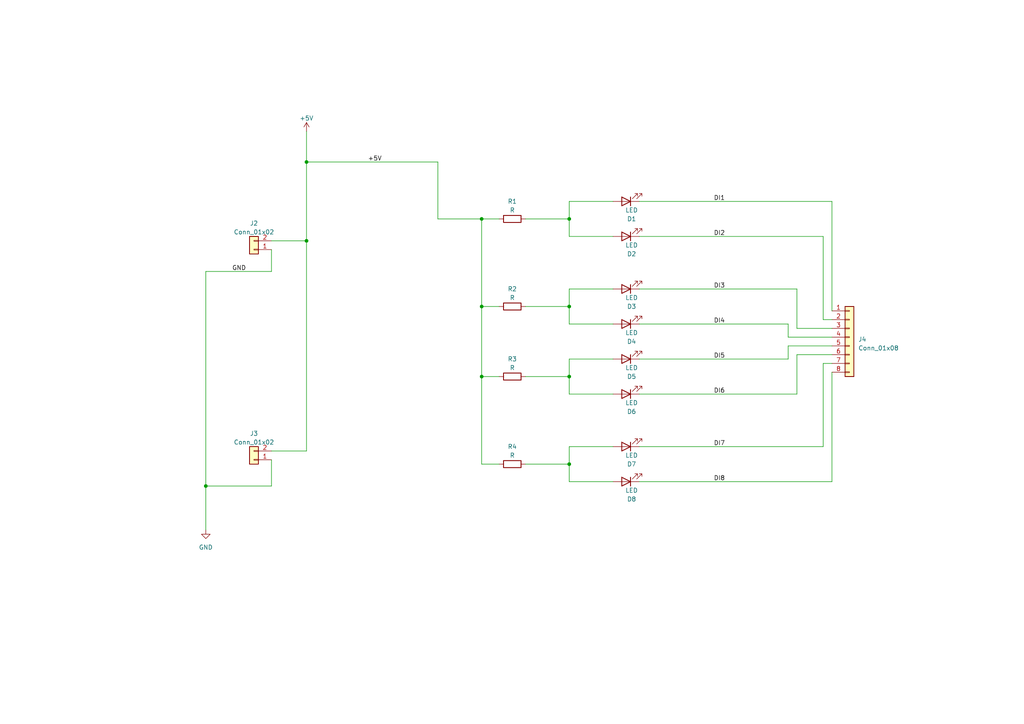
<source format=kicad_sch>
(kicad_sch (version 20230121) (generator eeschema)
  (paper "A4")
  (title_block (title "GAEM LED Shield Schematic") (date "2025-05-29") (rev "1.0") (company "Top Notch DSP, LLC"))
  (lib_symbols
    (symbol "Connector_Generic:Conn_01x02" (pin_names (offset 1.016) hide)
      (property "Reference" "J" (at 0 2.54 0))
      (property "Value" "Conn_01x02" (at 0 -5.08 0))
      (symbol "Conn_01x02_1_1"
        (rectangle (start -1.27 -2.413) (end 0 -2.667) (stroke (width 0.1524)))
        (rectangle (start -1.27 0.127) (end 0 -0.127) (stroke (width 0.1524)))
        (rectangle (start -1.27 1.27) (end 1.27 -3.81) (stroke (width 0.254)) (fill (type background)))
        (pin passive line (at -5.08 0 0) (length 3.81) (name "Pin_1") (number "1"))
        (pin passive line (at -5.08 -2.54 0) (length 3.81) (name "Pin_2") (number "2"))
      )
    )
    (symbol "Connector_Generic:Conn_01x08" (pin_names (offset 1.016) hide)
      (property "Reference" "J" (at 0 10.16 0))
      (property "Value" "Conn_01x08" (at 0 -12.7 0))
      (symbol "Conn_01x08_1_1"
        (rectangle (start -1.27 -10.033) (end 0 -10.287) (stroke (width 0.1524)))
        (rectangle (start -1.27 -7.493) (end 0 -7.747) (stroke (width 0.1524)))
        (rectangle (start -1.27 -4.953) (end 0 -5.207) (stroke (width 0.1524)))
        (rectangle (start -1.27 -2.413) (end 0 -2.667) (stroke (width 0.1524)))
        (rectangle (start -1.27 0.127) (end 0 -0.127) (stroke (width 0.1524)))
        (rectangle (start -1.27 2.667) (end 0 2.413) (stroke (width 0.1524)))
        (rectangle (start -1.27 5.207) (end 0 4.953) (stroke (width 0.1524)))
        (rectangle (start -1.27 7.747) (end 0 7.493) (stroke (width 0.1524)))
        (rectangle (start -1.27 8.89) (end 1.27 -11.43) (stroke (width 0.254)) (fill (type background)))
        (pin passive line (at -5.08 7.62 0) (length 3.81) (name "Pin_1") (number "1"))
        (pin passive line (at -5.08 5.08 0) (length 3.81) (name "Pin_2") (number "2"))
        (pin passive line (at -5.08 2.54 0) (length 3.81) (name "Pin_3") (number "3"))
        (pin passive line (at -5.08 0 0) (length 3.81) (name "Pin_4") (number "4"))
        (pin passive line (at -5.08 -2.54 0) (length 3.81) (name "Pin_5") (number "5"))
        (pin passive line (at -5.08 -5.08 0) (length 3.81) (name "Pin_6") (number "6"))
        (pin passive line (at -5.08 -7.62 0) (length 3.81) (name "Pin_7") (number "7"))
        (pin passive line (at -5.08 -10.16 0) (length 3.81) (name "Pin_8") (number "8"))
      )
    )
    (symbol "Device:LED" (pin_numbers hide) (pin_names (offset 1.016) hide)
      (property "Reference" "D" (at 0 2.54 0))
      (property "Value" "LED" (at 0 -2.54 0))
      (symbol "LED_0_1"
        (polyline (pts (xy -1.27 -1.27) (xy -1.27 1.27)) (stroke (width 0.254)))
        (polyline (pts (xy -1.27 0) (xy 1.27 0)))
        (polyline (pts (xy 1.27 -1.27) (xy 1.27 1.27) (xy -1.27 0) (xy 1.27 -1.27)) (stroke (width 0.254)))
        (polyline (pts (xy -3.048 -0.762) (xy -4.572 -2.286) (xy -3.81 -2.286) (xy -4.572 -2.286) (xy -4.572 -1.524)))
        (polyline (pts (xy -1.778 -0.762) (xy -3.302 -2.286) (xy -2.54 -2.286) (xy -3.302 -2.286) (xy -3.302 -1.524)))
      )
      (symbol "LED_1_1"
        (pin passive line (at -3.81 0 0) (length 2.54) (name "K") (number "1"))
        (pin passive line (at 3.81 0 180) (length 2.54) (name "A") (number "2"))
      )
    )
    (symbol "Device:R" (pin_numbers hide) (pin_names (offset 0))
      (property "Reference" "R" (at 2.032 0 90))
      (property "Value" "R" (at 0 0 90))
      (symbol "R_0_1"
        (rectangle (start -1.016 -2.54) (end 1.016 2.54) (stroke (width 0.254)))
      )
      (symbol "R_1_1"
        (pin passive line (at 0 3.81 270) (length 1.27) (name "~") (number "1"))
        (pin passive line (at 0 -3.81 90) (length 1.27) (name "~") (number "2"))
      )
    )
    (symbol "power:+5V" (power) (pin_names (offset 0))
      (property "Value" "+5V" (at 0 3.556 0))
      (symbol "+5V_0_1"
        (polyline (pts (xy -0.762 1.27) (xy 0 2.54)))
        (polyline (pts (xy 0 0) (xy 0 2.54)))
        (polyline (pts (xy 0 2.54) (xy 0.762 1.27)))
      )
      (symbol "+5V_1_1"
        (pin power_in line (at 0 0 90) (length 0) hide (name "+5V") (number "1"))
      )
    )
    (symbol "power:GND" (power) (pin_names (offset 0))
      (property "Value" "GND" (at 0 -3.81 0))
      (symbol "GND_0_1"
        (polyline (pts (xy 0 0) (xy 0 -1.27) (xy 1.27 -1.27) (xy 0 -2.54) (xy -1.27 -1.27) (xy 0 -1.27)))
      )
      (symbol "GND_1_1"
        (pin power_in line (at 0 0 270) (length 0) hide (name "GND") (number "1"))
      )
    )
  )
  (junction (at 88.9 69.85))
  (junction (at 88.9 46.99))
  (junction (at 59.69 140.97))
  (junction (at 139.7 63.5))
  (junction (at 165.1 88.9))
  (junction (at 139.7 88.9))
  (junction (at 165.1 63.5))
  (junction (at 165.1 109.22))
  (junction (at 139.7 109.22))
  (junction (at 165.1 134.62))
  (wire (pts (xy 59.69 140.97) (xy 59.69 153.67)))
  (wire (pts (xy 241.3 107.95) (xy 241.3 139.7)))
  (wire (pts (xy 144.78 134.62) (xy 139.7 134.62)))
  (wire (pts (xy 152.4 63.5) (xy 165.1 63.5)))
  (wire (pts (xy 127 46.99) (xy 127 63.5)))
  (wire (pts (xy 241.3 100.33) (xy 228.6 100.33)))
  (wire (pts (xy 185.42 83.82) (xy 231.14 83.82)))
  (wire (pts (xy 165.1 134.62) (xy 165.1 129.54)))
  (wire (pts (xy 165.1 114.3) (xy 177.8 114.3)))
  (wire (pts (xy 165.1 104.14) (xy 177.8 104.14)))
  (wire (pts (xy 127 46.99) (xy 88.9 46.99)))
  (wire (pts (xy 241.3 102.87) (xy 231.14 102.87)))
  (wire (pts (xy 177.8 93.98) (xy 165.1 93.98)))
  (wire (pts (xy 185.42 93.98) (xy 228.6 93.98)))
  (wire (pts (xy 165.1 114.3) (xy 165.1 109.22)))
  (wire (pts (xy 238.76 92.71) (xy 238.76 68.58)))
  (wire (pts (xy 228.6 100.33) (xy 228.6 104.14)))
  (wire (pts (xy 139.7 88.9) (xy 144.78 88.9)))
  (wire (pts (xy 165.1 129.54) (xy 177.8 129.54)))
  (wire (pts (xy 165.1 88.9) (xy 165.1 93.98)))
  (wire (pts (xy 88.9 46.99) (xy 88.9 69.85)))
  (wire (pts (xy 177.8 139.7) (xy 165.1 139.7)))
  (wire (pts (xy 228.6 104.14) (xy 185.42 104.14)))
  (wire (pts (xy 185.42 58.42) (xy 241.3 58.42)))
  (wire (pts (xy 238.76 129.54) (xy 185.42 129.54)))
  (wire (pts (xy 88.9 38.1) (xy 88.9 46.99)))
  (wire (pts (xy 139.7 63.5) (xy 139.7 88.9)))
  (wire (pts (xy 88.9 69.85) (xy 88.9 130.81)))
  (wire (pts (xy 165.1 109.22) (xy 165.1 104.14)))
  (wire (pts (xy 139.7 109.22) (xy 139.7 134.62)))
  (wire (pts (xy 144.78 63.5) (xy 139.7 63.5)))
  (wire (pts (xy 231.14 102.87) (xy 231.14 114.3)))
  (wire (pts (xy 59.69 78.74) (xy 59.69 140.97)))
  (wire (pts (xy 231.14 95.25) (xy 241.3 95.25)))
  (wire (pts (xy 165.1 83.82) (xy 165.1 88.9)))
  (wire (pts (xy 241.3 58.42) (xy 241.3 90.17)))
  (wire (pts (xy 165.1 58.42) (xy 177.8 58.42)))
  (wire (pts (xy 59.69 140.97) (xy 78.74 140.97)))
  (wire (pts (xy 231.14 114.3) (xy 185.42 114.3)))
  (wire (pts (xy 177.8 68.58) (xy 165.1 68.58)))
  (wire (pts (xy 238.76 68.58) (xy 185.42 68.58)))
  (wire (pts (xy 238.76 105.41) (xy 238.76 129.54)))
  (wire (pts (xy 78.74 69.85) (xy 88.9 69.85)))
  (wire (pts (xy 165.1 63.5) (xy 165.1 68.58)))
  (wire (pts (xy 78.74 78.74) (xy 59.69 78.74)))
  (wire (pts (xy 139.7 88.9) (xy 139.7 109.22)))
  (wire (pts (xy 165.1 139.7) (xy 165.1 134.62)))
  (wire (pts (xy 78.74 140.97) (xy 78.74 133.35)))
  (wire (pts (xy 241.3 105.41) (xy 238.76 105.41)))
  (wire (pts (xy 228.6 97.79) (xy 241.3 97.79)))
  (wire (pts (xy 127 63.5) (xy 139.7 63.5)))
  (wire (pts (xy 241.3 139.7) (xy 185.42 139.7)))
  (wire (pts (xy 152.4 134.62) (xy 165.1 134.62)))
  (wire (pts (xy 231.14 83.82) (xy 231.14 95.25)))
  (wire (pts (xy 78.74 72.39) (xy 78.74 78.74)))
  (wire (pts (xy 139.7 109.22) (xy 144.78 109.22)))
  (wire (pts (xy 228.6 93.98) (xy 228.6 97.79)))
  (wire (pts (xy 152.4 109.22) (xy 165.1 109.22)))
  (wire (pts (xy 165.1 58.42) (xy 165.1 63.5)))
  (wire (pts (xy 78.74 130.81) (xy 88.9 130.81)))
  (wire (pts (xy 165.1 83.82) (xy 177.8 83.82)))
  (wire (pts (xy 241.3 92.71) (xy 238.76 92.71)))
  (wire (pts (xy 152.4 88.9) (xy 165.1 88.9)))
  (label "DI7" (at 207.01 129.54 0))
  (label "GND" (at 67.31 78.74 0))
  (label "+5V" (at 106.68 46.99 0))
  (label "DI1" (at 207.01 58.42 0))
  (label "DI2" (at 207.01 68.58 0))
  (label "DI8" (at 207.01 139.7 0))
  (label "DI5" (at 207.01 104.14 0))
  (label "DI3" (at 207.01 83.82 0))
  (label "DI4" (at 207.01 93.98 0))
  (label "DI6" (at 207.01 114.3 0))
  (symbol (lib_id "Device:R") (at 148.59 88.9 90) (unit 1)
    (property "Reference" "R2" (at 148.59 83.82 90))
    (property "Value" "R" (at 148.59 86.36 90))
    (property "Footprint" "Resistor_THT:R_Box_L13.0mm_W4.0mm_P9.00mm" (effects hide))
  )
  (symbol (lib_id "Connector_Generic:Conn_01x08") (at 246.38 97.79 0) (unit 1)
    (property "Reference" "J4" (at 248.92 98.425 0) (effects (justify left)))
    (property "Value" "Conn_01x08" (at 248.92 100.965 0) (effects (justify left)))
    (property "Footprint" "Connector_PinHeader_2.54mm:PinHeader_1x08_P2.54mm_Vertical" (effects hide))
  )
  (symbol (lib_id "Device:LED") (at 181.61 93.98 180) (unit 1)
    (property "Reference" "D4" (at 183.1975 99.06 0))
    (property "Value" "LED" (at 183.1975 96.52 0))
    (property "Footprint" "LED_THT:LED_D5.0mm" (effects hide))
  )
  (symbol (lib_id "Connector_Generic:Conn_01x02") (at 73.66 72.39 180) (unit 1)
    (property "Reference" "J2" (at 73.66 64.77 0))
    (property "Value" "Conn_01x02" (at 73.66 67.31 0))
    (property "Footprint" "Connector_PinHeader_2.54mm:PinHeader_1x02_P2.54mm_Vertical" (effects hide))
  )
  (symbol (lib_id "Device:LED") (at 181.61 129.54 180) (unit 1)
    (property "Reference" "D7" (at 183.1975 134.62 0))
    (property "Value" "LED" (at 183.1975 132.08 0))
    (property "Footprint" "LED_THT:LED_D5.0mm" (effects hide))
  )
  (symbol (lib_id "Device:LED") (at 181.61 58.42 180) (unit 1)
    (property "Reference" "D1" (at 183.1975 63.5 0))
    (property "Value" "LED" (at 183.1975 60.96 0))
    (property "Footprint" "LED_THT:LED_D5.0mm" (effects hide))
  )
  (symbol (lib_id "Connector_Generic:Conn_01x02") (at 73.66 133.35 180) (unit 1)
    (property "Reference" "J3" (at 73.66 125.73 0))
    (property "Value" "Conn_01x02" (at 73.66 128.27 0))
    (property "Footprint" "Connector_PinHeader_2.54mm:PinHeader_1x02_P2.54mm_Vertical" (effects hide))
  )
  (symbol (lib_id "Device:R") (at 148.59 63.5 90) (unit 1)
    (property "Reference" "R1" (at 148.59 58.42 90))
    (property "Value" "R" (at 148.59 60.96 90))
    (property "Footprint" "Resistor_THT:R_Box_L13.0mm_W4.0mm_P9.00mm" (effects hide))
  )
  (symbol (lib_id "power:+5V") (at 88.9 38.1 0) (unit 1)
    (property "Reference" "#PWR02" (effects hide))
    (property "Value" "+5V" (at 88.9 34.29 0))
  )
  (symbol (lib_id "Device:LED") (at 181.61 68.58 180) (unit 1)
    (property "Reference" "D2" (at 183.1975 73.66 0))
    (property "Value" "LED" (at 183.1975 71.12 0))
    (property "Footprint" "LED_THT:LED_D5.0mm" (effects hide))
  )
  (symbol (lib_id "Device:LED") (at 181.61 139.7 180) (unit 1)
    (property "Reference" "D8" (at 183.1975 144.78 0))
    (property "Value" "LED" (at 183.1975 142.24 0))
    (property "Footprint" "LED_THT:LED_D5.0mm" (effects hide))
  )
  (symbol (lib_id "Device:LED") (at 181.61 83.82 180) (unit 1)
    (property "Reference" "D3" (at 183.1975 88.9 0))
    (property "Value" "LED" (at 183.1975 86.36 0))
    (property "Footprint" "LED_THT:LED_D5.0mm" (effects hide))
  )
  (symbol (lib_id "Device:R") (at 148.59 134.62 90) (unit 1)
    (property "Reference" "R4" (at 148.59 129.54 90))
    (property "Value" "R" (at 148.59 132.08 90))
    (property "Footprint" "Resistor_THT:R_Box_L13.0mm_W4.0mm_P9.00mm" (effects hide))
  )
  (symbol (lib_id "Device:LED") (at 181.61 114.3 180) (unit 1)
    (property "Reference" "D6" (at 183.1975 119.38 0))
    (property "Value" "LED" (at 183.1975 116.84 0))
    (property "Footprint" "LED_THT:LED_D5.0mm" (effects hide))
  )
  (symbol (lib_id "Device:LED") (at 181.61 104.14 180) (unit 1)
    (property "Reference" "D5" (at 183.1975 109.22 0))
    (property "Value" "LED" (at 183.1975 106.68 0))
    (property "Footprint" "LED_THT:LED_D5.0mm" (effects hide))
  )
  (symbol (lib_id "Device:R") (at 148.59 109.22 90) (unit 1)
    (property "Reference" "R3" (at 148.59 104.14 90))
    (property "Value" "R" (at 148.59 106.68 90))
    (property "Footprint" "Resistor_THT:R_Box_L13.0mm_W4.0mm_P9.00mm" (effects hide))
  )
  (symbol (lib_id "power:GND") (at 59.69 153.67 0) (unit 1)
    (property "Reference" "#PWR01" (effects hide))
    (property "Value" "GND" (at 59.69 158.75 0))
  )
)
</source>
